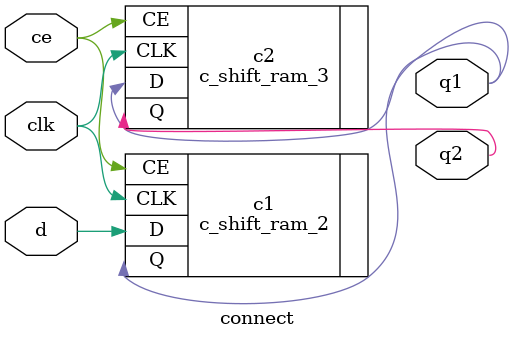
<source format=v>
`timescale 1ns / 1ps


module connect(
input clk,
input ce,
input d,
output q1,
output q2//Ò»ÁÐÈýÐÐ£¬ÆäÖÐÁ½ÐÐÓÉshift_ram²úÉú
    );
    c_shift_ram_2 c1(
    .D(d),
    .CLK(clk),
    .CE(ce),
    .Q(q1)
    );
    
    c_shift_ram_3 c2(
    .D(q1),
    .CLK(clk),
    .CE(ce),
    .Q(q2)
    );
endmodule

</source>
